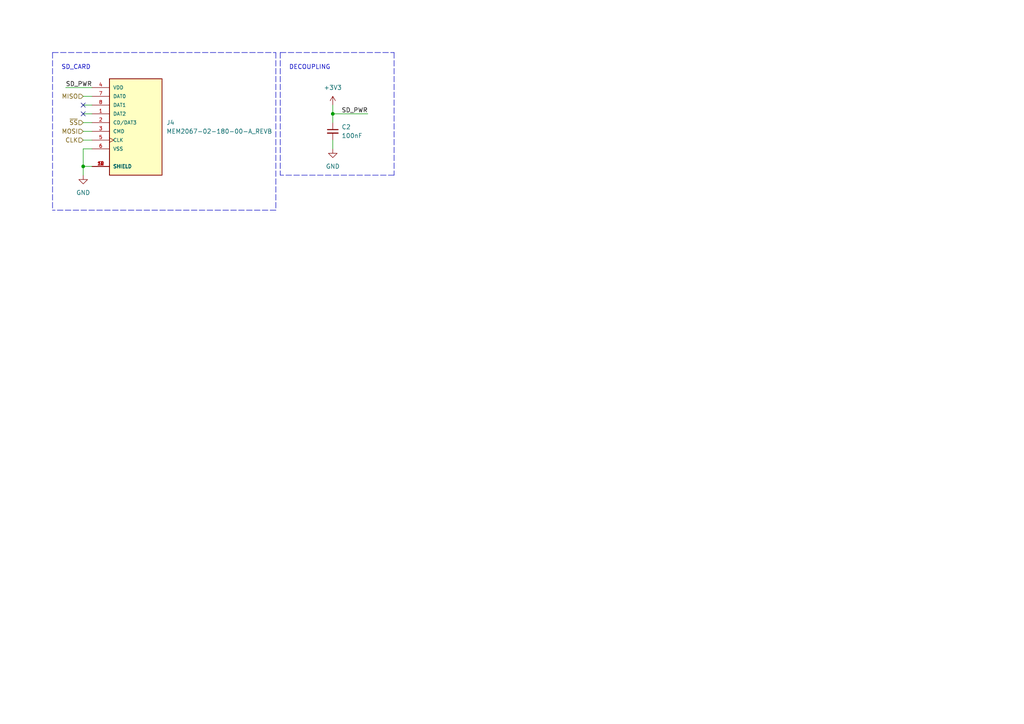
<source format=kicad_sch>
(kicad_sch (version 20211123) (generator eeschema)
  (paper "A4")
  (title_block (date "%%date%%") (rev "%%version%%") (company "%%version%%"))
  (lib_symbols
    (symbol "Device:C_Small" (pin_numbers hide) (pin_names (offset 0.254) hide)
      (property "Reference" "C" (at 0.254 1.778 0))
      (property "Value" "C_Small" (at 0.254 -2.032 0))
      (symbol "C_Small_0_1"
        (polyline (pts (xy -1.524 -0.508) (xy 1.524 -0.508)) (stroke (width 0.3302)))
        (polyline (pts (xy -1.524 0.508) (xy 1.524 0.508)) (stroke (width 0.3048)))
      )
      (symbol "C_Small_1_1"
        (pin passive line (at 0 2.54 270) (length 2.032) (name "~") (number "1"))
        (pin passive line (at 0 -2.54 90) (length 2.032) (name "~") (number "2"))
      )
    )
    (symbol "power:+3.3V" (power) (pin_names (offset 0))
      (property "Value" "+3.3V" (at 0 3.556 0))
      (symbol "+3.3V_0_1"
        (polyline (pts (xy -0.762 1.27) (xy 0 2.54)))
        (polyline (pts (xy 0 0) (xy 0 2.54)))
        (polyline (pts (xy 0 2.54) (xy 0.762 1.27)))
      )
      (symbol "+3.3V_1_1"
        (pin power_in line (at 0 0 90) (length 0) hide (name "+3V3") (number "1"))
      )
    )
    (symbol "power:GND" (power) (pin_names (offset 0))
      (property "Value" "GND" (at 0 -3.81 0))
      (symbol "GND_0_1"
        (polyline (pts (xy 0 0) (xy 0 -1.27) (xy 1.27 -1.27) (xy 0 -2.54) (xy -1.27 -1.27) (xy 0 -1.27)))
      )
      (symbol "GND_1_1"
        (pin power_in line (at 0 0 270) (length 0) hide (name "GND") (number "1"))
      )
    )
    (symbol "schematics:MEM2067-02-180-00-A_REVB" (pin_names (offset 1.016))
      (property "Reference" "J" (at 0 12.7117 0))
      (property "Value" "MEM2067-02-180-00-A_REVB" (at 0 -17.7826 0))
      (symbol "MEM2067-02-180-00-A_REVB_0_0"
        (rectangle (start 0 -15.24) (end 15.24 12.7) (stroke (width 0.254)) (fill (type background)))
        (pin bidirectional line (at -5.08 2.54 0) (length 5.08) (name "DAT2") (number "1"))
        (pin passive line (at -5.08 -12.7 0) (length 5.08) (name "SHIELD") (number "10"))
        (pin passive line (at -5.08 -12.7 0) (length 5.08) (name "SHIELD") (number "11"))
        (pin passive line (at -5.08 -12.7 0) (length 5.08) (name "SHIELD") (number "12"))
        (pin bidirectional line (at -5.08 0 0) (length 5.08) (name "CD/DAT3") (number "2"))
        (pin bidirectional line (at -5.08 -2.54 0) (length 5.08) (name "CMD") (number "3"))
        (pin power_in line (at -5.08 10.16 0) (length 5.08) (name "VDD") (number "4"))
        (pin bidirectional clock (at -5.08 -5.08 0) (length 5.08) (name "CLK") (number "5"))
        (pin power_in line (at -5.08 -7.62 0) (length 5.08) (name "VSS") (number "6"))
        (pin bidirectional line (at -5.08 7.62 0) (length 5.08) (name "DAT0") (number "7"))
        (pin bidirectional line (at -5.08 5.08 0) (length 5.08) (name "DAT1") (number "8"))
        (pin passive line (at -5.08 -12.7 0) (length 5.08) (name "SHIELD") (number "9"))
      )
    )
  )
  (junction (at 24.13 48.26))
  (junction (at 96.52 33.02))
  (no_connect (at 24.13 33.02))
  (no_connect (at 24.13 30.48))
  (polyline (pts (xy 114.3 50.8) (xy 81.28 50.8)))
  (wire (pts (xy 24.13 30.48) (xy 26.67 30.48)))
  (wire (pts (xy 26.67 48.26) (xy 24.13 48.26)))
  (polyline (pts (xy 114.3 15.24) (xy 114.3 50.8)))
  (polyline (pts (xy 15.24 15.24) (xy 80.01 15.24)))
  (wire (pts (xy 96.52 33.02) (xy 106.68 33.02)))
  (wire (pts (xy 24.13 43.18) (xy 26.67 43.18)))
  (polyline (pts (xy 15.24 15.24) (xy 15.24 60.96)))
  (wire (pts (xy 96.52 40.64) (xy 96.52 43.18)))
  (polyline (pts (xy 81.28 15.24) (xy 114.3 15.24)))
  (wire (pts (xy 24.13 27.94) (xy 26.67 27.94)))
  (wire (pts (xy 96.52 33.02) (xy 96.52 35.56)))
  (wire (pts (xy 24.13 40.64) (xy 26.67 40.64)))
  (polyline (pts (xy 80.01 60.96) (xy 15.24 60.96)))
  (wire (pts (xy 24.13 48.26) (xy 24.13 50.8)))
  (wire (pts (xy 24.13 35.56) (xy 26.67 35.56)))
  (wire (pts (xy 24.13 38.1) (xy 26.67 38.1)))
  (wire (pts (xy 24.13 43.18) (xy 24.13 48.26)))
  (wire (pts (xy 96.52 30.48) (xy 96.52 33.02)))
  (polyline (pts (xy 81.28 15.24) (xy 81.28 50.8)))
  (wire (pts (xy 19.05 25.4) (xy 26.67 25.4)))
  (polyline (pts (xy 80.01 15.24) (xy 80.01 60.96)))
  (wire (pts (xy 24.13 33.02) (xy 26.67 33.02)))
  (text "SD_CARD" (at 17.78 20.32 0) (effects (font (size 1.27 1.27)) (justify left bottom)))
  (text "DECOUPLING\n" (at 83.82 20.32 0) (effects (font (size 1.27 1.27)) (justify left bottom)))
  (label "SD_PWR" (at 106.68 33.02 180))
  (label "SD_PWR" (at 19.05 25.4 0))
  (hierarchical_label "MOSI" (shape input) (at 24.13 38.1 180))
  (hierarchical_label "MISO" (shape input) (at 24.13 27.94 180))
  (hierarchical_label "~{SS}" (shape input) (at 24.13 35.56 180))
  (hierarchical_label "CLK" (shape input) (at 24.13 40.64 180))
  (symbol (lib_id "schematics:MEM2067-02-180-00-A_REVB") (at 31.75 35.56 0) (unit 1)
    (property "Reference" "J4" (at 48.26 35.5599 0) (effects (justify left)))
    (property "Value" "MEM2067-02-180-00-A_REVB" (at 48.26 38.0999 0) (effects (justify left)))
    (property "Footprint" "footprints:GCT_MEM2067-02-180-00-A_REVB" (effects hide))
    (property "MANUFACTURER" "GCT" (effects hide))
  )
  (symbol (lib_id "power:+3.3V") (at 96.52 30.48 0) (unit 1)
    (property "Reference" "#PWR0113" (effects hide))
    (property "Value" "+3.3V" (at 96.52 25.4 0))
  )
  (symbol (lib_id "power:GND") (at 96.52 43.18 0) (unit 1)
    (property "Reference" "#PWR0110" (effects hide))
    (property "Value" "GND" (at 96.52 48.26 0))
  )
  (symbol (lib_id "Device:C_Small") (at 96.52 38.1 0) (unit 1)
    (property "Reference" "C2" (at 99.06 36.8362 0) (effects (justify left)))
    (property "Value" "100nF" (at 99.06 39.3762 0) (effects (justify left)))
    (property "Footprint" "Capacitor_SMD:C_0402_1005Metric" (effects hide))
  )
  (symbol (lib_id "power:GND") (at 24.13 50.8 0) (mirror y) (unit 1)
    (property "Reference" "#PWR05" (effects hide))
    (property "Value" "GND" (at 24.13 55.88 0))
  )
)
</source>
